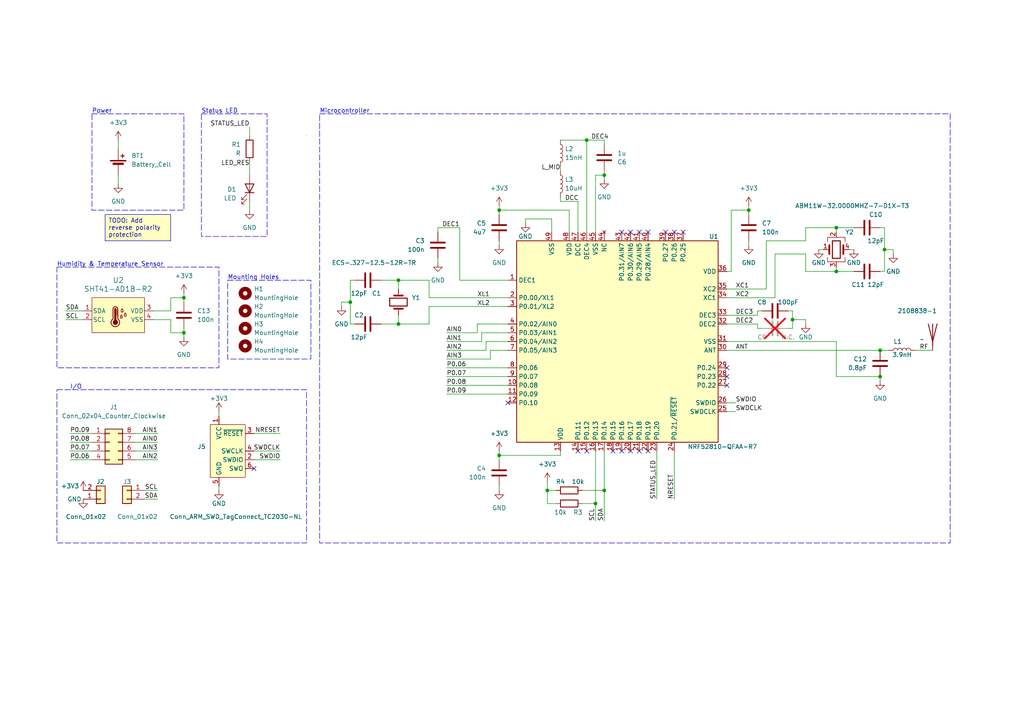
<source format=kicad_sch>
(kicad_sch (version 20230121) (generator eeschema)
  (paper "A4")
  (lib_symbols
    (symbol "Connector:Conn_ARM_SWD_TagConnect_TC2030-NL" (in_bom no)
      (property "Reference" "J" (at 2.54 11.43 0))
      (property "Value" "Conn_ARM_SWD_TagConnect_TC2030-NL" (at 2.54 8.89 0))
      (symbol "Conn_ARM_SWD_TagConnect_TC2030-NL_0_0"
        (pin power_in line (at -2.54 10.16 270) (length 2.54) (name "VCC") (number "1"))
        (pin bidirectional line (at 7.62 -2.54 180) (length 2.54) (name "SWDIO") (number "2"))
        (pin open_collector line (at 7.62 5.08 180) (length 2.54) (name "~{RESET}") (number "3"))
        (pin output line (at 7.62 0 180) (length 2.54) (name "SWCLK") (number "4"))
        (pin power_in line (at -2.54 -10.16 90) (length 2.54) (name "GND") (number "5"))
        (pin input line (at 7.62 -5.08 180) (length 2.54) (name "SWO") (number "6"))
      )
      (symbol "Conn_ARM_SWD_TagConnect_TC2030-NL_0_1"
        (rectangle (start -5.08 7.62) (end 5.08 -7.62) (fill (type background)))
      )
    )
    (symbol "Connector_Generic:Conn_01x02" (pin_names (offset 1.016) hide)
      (property "Reference" "J" (at 0 2.54 0))
      (property "Value" "Conn_01x02" (at 0 -5.08 0))
      (symbol "Conn_01x02_1_1"
        (rectangle (start -1.27 -2.413) (end 0 -2.667) (stroke (width 0.1524)))
        (rectangle (start -1.27 0.127) (end 0 -0.127) (stroke (width 0.1524)))
        (rectangle (start -1.27 1.27) (end 1.27 -3.81) (stroke (width 0.254)) (fill (type background)))
        (pin passive line (at -5.08 0 0) (length 3.81) (name "Pin_1") (number "1"))
        (pin passive line (at -5.08 -2.54 0) (length 3.81) (name "Pin_2") (number "2"))
      )
    )
    (symbol "Connector_Generic:Conn_02x04_Counter_Clockwise" (pin_names (offset 1.016) hide)
      (property "Reference" "J" (at 1.27 5.08 0))
      (property "Value" "Conn_02x04_Counter_Clockwise" (at 1.27 -7.62 0))
      (symbol "Conn_02x04_Counter_Clockwise_1_1"
        (rectangle (start -1.27 -4.953) (end 0 -5.207) (stroke (width 0.1524)))
        (rectangle (start -1.27 -2.413) (end 0 -2.667) (stroke (width 0.1524)))
        (rectangle (start -1.27 0.127) (end 0 -0.127) (stroke (width 0.1524)))
        (rectangle (start -1.27 2.667) (end 0 2.413) (stroke (width 0.1524)))
        (rectangle (start -1.27 3.81) (end 3.81 -6.35) (stroke (width 0.254)) (fill (type background)))
        (rectangle (start 3.81 -4.953) (end 2.54 -5.207) (stroke (width 0.1524)))
        (rectangle (start 3.81 -2.413) (end 2.54 -2.667) (stroke (width 0.1524)))
        (rectangle (start 3.81 0.127) (end 2.54 -0.127) (stroke (width 0.1524)))
        (rectangle (start 3.81 2.667) (end 2.54 2.413) (stroke (width 0.1524)))
        (pin passive line (at -5.08 2.54 0) (length 3.81) (name "Pin_1") (number "1"))
        (pin passive line (at -5.08 0 0) (length 3.81) (name "Pin_2") (number "2"))
        (pin passive line (at -5.08 -2.54 0) (length 3.81) (name "Pin_3") (number "3"))
        (pin passive line (at -5.08 -5.08 0) (length 3.81) (name "Pin_4") (number "4"))
        (pin passive line (at 7.62 -5.08 180) (length 3.81) (name "Pin_5") (number "5"))
        (pin passive line (at 7.62 -2.54 180) (length 3.81) (name "Pin_6") (number "6"))
        (pin passive line (at 7.62 0 180) (length 3.81) (name "Pin_7") (number "7"))
        (pin passive line (at 7.62 2.54 180) (length 3.81) (name "Pin_8") (number "8"))
      )
    )
    (symbol "Device:Antenna" (pin_numbers hide) (pin_names (offset 1.016) hide)
      (property "Reference" "AE" (at -1.905 1.905 0))
      (property "Value" "Antenna" (at -1.905 0 0))
      (symbol "Antenna_0_1"
        (polyline (pts (xy 0 2.54) (xy 0 -3.81)) (stroke (width 0.254)))
        (polyline (pts (xy 1.27 2.54) (xy 0 -2.54) (xy -1.27 2.54)) (stroke (width 0.254)))
      )
      (symbol "Antenna_1_1"
        (pin input line (at 0 -5.08 90) (length 2.54) (name "A") (number "1"))
      )
    )
    (symbol "Device:Battery_Cell" (pin_numbers hide) (pin_names (offset 0) hide)
      (property "Reference" "BT" (at 2.54 2.54 0))
      (property "Value" "Battery_Cell" (at 2.54 0 0))
      (symbol "Battery_Cell_0_1"
        (rectangle (start -2.286 1.778) (end 2.286 1.524) (fill (type outline)))
        (rectangle (start -1.524 1.016) (end 1.524 0.508) (fill (type outline)))
        (polyline (pts (xy 0 0.762) (xy 0 0)))
        (polyline (pts (xy 0 1.778) (xy 0 2.54)))
        (polyline (pts (xy 0.762 3.048) (xy 1.778 3.048)) (stroke (width 0.254)))
        (polyline (pts (xy 1.27 3.556) (xy 1.27 2.54)) (stroke (width 0.254)))
      )
      (symbol "Battery_Cell_1_1"
        (pin passive line (at 0 5.08 270) (length 2.54) (name "+") (number "1"))
        (pin passive line (at 0 -2.54 90) (length 2.54) (name "-") (number "2"))
      )
    )
    (symbol "Device:C" (pin_numbers hide) (pin_names (offset 0.254))
      (property "Reference" "C" (at 0.635 2.54 0))
      (property "Value" "C" (at 0.635 -2.54 0))
      (symbol "C_0_1"
        (polyline (pts (xy -2.032 -0.762) (xy 2.032 -0.762)) (stroke (width 0.508)))
        (polyline (pts (xy -2.032 0.762) (xy 2.032 0.762)) (stroke (width 0.508)))
      )
      (symbol "C_1_1"
        (pin passive line (at 0 3.81 270) (length 2.794) (name "~") (number "1"))
        (pin passive line (at 0 -3.81 90) (length 2.794) (name "~") (number "2"))
      )
    )
    (symbol "Device:Crystal" (pin_numbers hide) (pin_names (offset 1.016) hide)
      (property "Reference" "Y" (at 0 3.81 0))
      (property "Value" "Crystal" (at 0 -3.81 0))
      (symbol "Crystal_0_1"
        (rectangle (start -1.143 2.54) (end 1.143 -2.54) (stroke (width 0.3048)))
        (polyline (pts (xy -2.54 0) (xy -1.905 0)))
        (polyline (pts (xy -1.905 -1.27) (xy -1.905 1.27)) (stroke (width 0.508)))
        (polyline (pts (xy 1.905 -1.27) (xy 1.905 1.27)) (stroke (width 0.508)))
        (polyline (pts (xy 2.54 0) (xy 1.905 0)))
      )
      (symbol "Crystal_1_1"
        (pin passive line (at -3.81 0 0) (length 1.27) (name "1") (number "1"))
        (pin passive line (at 3.81 0 180) (length 1.27) (name "2") (number "2"))
      )
    )
    (symbol "Device:Crystal_GND23" (pin_names (offset 1.016) hide)
      (property "Reference" "Y" (at 3.175 5.08 0))
      (property "Value" "Crystal_GND23" (at 3.175 3.175 0))
      (symbol "Crystal_GND23_0_1"
        (rectangle (start -1.143 2.54) (end 1.143 -2.54) (stroke (width 0.3048)))
        (polyline (pts (xy -2.54 0) (xy -2.032 0)))
        (polyline (pts (xy -2.032 -1.27) (xy -2.032 1.27)) (stroke (width 0.508)))
        (polyline (pts (xy 0 -3.81) (xy 0 -3.556)))
        (polyline (pts (xy 0 3.556) (xy 0 3.81)))
        (polyline (pts (xy 2.032 -1.27) (xy 2.032 1.27)) (stroke (width 0.508)))
        (polyline (pts (xy 2.032 0) (xy 2.54 0)))
        (polyline (pts (xy -2.54 -2.286) (xy -2.54 -3.556) (xy 2.54 -3.556) (xy 2.54 -2.286)))
        (polyline (pts (xy -2.54 2.286) (xy -2.54 3.556) (xy 2.54 3.556) (xy 2.54 2.286)))
      )
      (symbol "Crystal_GND23_1_1"
        (pin passive line (at -3.81 0 0) (length 1.27) (name "1") (number "1"))
        (pin passive line (at 0 5.08 270) (length 1.27) (name "2") (number "2"))
        (pin passive line (at 0 -5.08 90) (length 1.27) (name "3") (number "3"))
        (pin passive line (at 3.81 0 180) (length 1.27) (name "4") (number "4"))
      )
    )
    (symbol "Device:L" (pin_numbers hide) (pin_names (offset 1.016) hide)
      (property "Reference" "L" (at -1.27 0 90))
      (property "Value" "L" (at 1.905 0 90))
      (symbol "L_0_1"
        (arc (start 0 -2.54) (mid 0.6323 -1.905) (end 0 -1.27))
        (arc (start 0 -1.27) (mid 0.6323 -0.635) (end 0 0))
        (arc (start 0 0) (mid 0.6323 0.635) (end 0 1.27))
        (arc (start 0 1.27) (mid 0.6323 1.905) (end 0 2.54))
      )
      (symbol "L_1_1"
        (pin passive line (at 0 3.81 270) (length 1.27) (name "1") (number "1"))
        (pin passive line (at 0 -3.81 90) (length 1.27) (name "2") (number "2"))
      )
    )
    (symbol "Device:LED" (pin_numbers hide) (pin_names (offset 1.016) hide)
      (property "Reference" "D" (at 0 2.54 0))
      (property "Value" "LED" (at 0 -2.54 0))
      (symbol "LED_0_1"
        (polyline (pts (xy -1.27 -1.27) (xy -1.27 1.27)) (stroke (width 0.254)))
        (polyline (pts (xy -1.27 0) (xy 1.27 0)))
        (polyline (pts (xy 1.27 -1.27) (xy 1.27 1.27) (xy -1.27 0) (xy 1.27 -1.27)) (stroke (width 0.254)))
        (polyline (pts (xy -3.048 -0.762) (xy -4.572 -2.286) (xy -3.81 -2.286) (xy -4.572 -2.286) (xy -4.572 -1.524)))
        (polyline (pts (xy -1.778 -0.762) (xy -3.302 -2.286) (xy -2.54 -2.286) (xy -3.302 -2.286) (xy -3.302 -1.524)))
      )
      (symbol "LED_1_1"
        (pin passive line (at -3.81 0 0) (length 2.54) (name "K") (number "1"))
        (pin passive line (at 3.81 0 180) (length 2.54) (name "A") (number "2"))
      )
    )
    (symbol "Device:R" (pin_numbers hide) (pin_names (offset 0))
      (property "Reference" "R" (at 2.032 0 90))
      (property "Value" "R" (at 0 0 90))
      (symbol "R_0_1"
        (rectangle (start -1.016 -2.54) (end 1.016 2.54) (stroke (width 0.254)))
      )
      (symbol "R_1_1"
        (pin passive line (at 0 3.81 270) (length 1.27) (name "~") (number "1"))
        (pin passive line (at 0 -3.81 90) (length 1.27) (name "~") (number "2"))
      )
    )
    (symbol "Mechanical:MountingHole" (pin_names (offset 1.016))
      (property "Reference" "H" (at 0 5.08 0))
      (property "Value" "MountingHole" (at 0 3.175 0))
      (symbol "MountingHole_0_1"
        (circle (center 0 0) (radius 1.27) (stroke (width 1.27)))
      )
    )
    (symbol "encyclopedia_galactica:NRF52810-QFAA-R7"
      (property "Reference" "U" (at 0 54.61 0))
      (property "Value" "NRF52810-QFAA-R7" (at 0 52.07 0))
      (symbol "NRF52810-QFAA-R7_0_1"
        (rectangle (start -29.21 29.21) (end 29.21 -29.21) (stroke (width 0.254)) (fill (type background)))
      )
      (symbol "NRF52810-QFAA-R7_1_1"
        (pin passive line (at -31.75 17.78 0) (length 2.54) (name "DEC1") (number "1"))
        (pin bidirectional line (at -31.75 -12.7 0) (length 2.54) (name "P0.08") (number "10"))
        (pin bidirectional line (at -31.75 -15.24 0) (length 2.54) (name "P0.09") (number "11"))
        (pin bidirectional line (at -31.75 -17.78 0) (length 2.54) (name "P0.10") (number "12"))
        (pin power_in line (at -16.51 -31.75 90) (length 2.54) (name "VDD") (number "13"))
        (pin bidirectional line (at -11.43 -31.75 90) (length 2.54) (name "P0.11") (number "14"))
        (pin bidirectional line (at -8.89 -31.75 90) (length 2.54) (name "P0.12") (number "15"))
        (pin bidirectional line (at -6.35 -31.75 90) (length 2.54) (name "P0.13") (number "16"))
        (pin bidirectional line (at -3.81 -31.75 90) (length 2.54) (name "P0.14") (number "17"))
        (pin bidirectional line (at -1.27 -31.75 90) (length 2.54) (name "P0.15") (number "18"))
        (pin bidirectional line (at 1.27 -31.75 90) (length 2.54) (name "P0.16") (number "19"))
        (pin bidirectional line (at -31.75 12.7 0) (length 2.54) (name "P0.00/XL1") (number "2"))
        (pin bidirectional line (at 3.81 -31.75 90) (length 2.54) (name "P0.17") (number "20"))
        (pin bidirectional line (at 6.35 -31.75 90) (length 2.54) (name "P0.18") (number "21"))
        (pin bidirectional line (at 8.89 -31.75 90) (length 2.54) (name "P0.19") (number "22"))
        (pin bidirectional line (at 11.43 -31.75 90) (length 2.54) (name "P0.20") (number "23"))
        (pin bidirectional line (at 16.51 -31.75 90) (length 2.54) (name "P0.21/~{RESET}") (number "24"))
        (pin input line (at 31.75 -20.32 180) (length 2.54) (name "SWDCLK") (number "25"))
        (pin bidirectional line (at 31.75 -17.78 180) (length 2.54) (name "SWDIO") (number "26"))
        (pin bidirectional line (at 31.75 -12.7 180) (length 2.54) (name "P0.22") (number "27"))
        (pin bidirectional line (at 31.75 -10.16 180) (length 2.54) (name "P0.23") (number "28"))
        (pin bidirectional line (at 31.75 -7.62 180) (length 2.54) (name "P0.24") (number "29"))
        (pin bidirectional line (at -31.75 10.16 0) (length 2.54) (name "P0.01/XL2") (number "3"))
        (pin passive line (at 31.75 -2.54 180) (length 2.54) (name "ANT") (number "30"))
        (pin power_in line (at 31.75 0 180) (length 2.54) (name "VSS") (number "31"))
        (pin passive line (at 31.75 5.08 180) (length 2.54) (name "DEC2") (number "32"))
        (pin passive line (at 31.75 7.62 180) (length 2.54) (name "DEC3") (number "33"))
        (pin input line (at 31.75 12.7 180) (length 2.54) (name "XC1") (number "34"))
        (pin input line (at 31.75 15.24 180) (length 2.54) (name "XC2") (number "35"))
        (pin passive line (at 31.75 20.32 180) (length 2.54) (name "VDD") (number "36"))
        (pin bidirectional line (at 19.05 31.75 270) (length 2.54) (name "P0.25") (number "37"))
        (pin bidirectional line (at 16.51 31.75 270) (length 2.54) (name "P0.26") (number "38"))
        (pin bidirectional line (at 13.97 31.75 270) (length 2.54) (name "P0.27") (number "39"))
        (pin bidirectional line (at -31.75 5.08 0) (length 2.54) (name "P0.02/AIN0") (number "4"))
        (pin bidirectional line (at 8.89 31.75 270) (length 2.54) (name "P0.28/AIN4") (number "40"))
        (pin bidirectional line (at 6.35 31.75 270) (length 2.54) (name "P0.29/AIN5") (number "41"))
        (pin bidirectional line (at 3.81 31.75 270) (length 2.54) (name "P0.30/AIN6") (number "42"))
        (pin bidirectional line (at 1.27 31.75 270) (length 2.54) (name "P0.31/AIN7") (number "43"))
        (pin no_connect line (at -3.81 31.75 270) (length 2.54) (name "NC") (number "44"))
        (pin passive line (at -6.35 31.75 270) (length 2.54) (name "VSS") (number "45"))
        (pin passive line (at -8.89 31.75 270) (length 2.54) (name "DEC4") (number "46"))
        (pin power_out line (at -11.43 31.75 270) (length 2.54) (name "DCC") (number "47"))
        (pin passive line (at -13.97 31.75 270) (length 2.54) (name "VDD") (number "48"))
        (pin passive line (at -19.05 31.75 270) (length 2.54) (name "VSS") (number "49"))
        (pin bidirectional line (at -31.75 2.54 0) (length 2.54) (name "P0.03/AIN1") (number "5"))
        (pin bidirectional line (at -31.75 0 0) (length 2.54) (name "P0.04/AIN2") (number "6"))
        (pin bidirectional line (at -31.75 -2.54 0) (length 2.54) (name "P0.05/AIN3") (number "7"))
        (pin bidirectional line (at -31.75 -7.62 0) (length 2.54) (name "P0.06") (number "8"))
        (pin bidirectional line (at -31.75 -10.16 0) (length 2.54) (name "P0.07") (number "9"))
      )
    )
    (symbol "encyclopedia_galactica:SHT41-AD1B-R2" (pin_names (offset 0.254))
      (property "Reference" "U" (at 0 13.97 0))
      (property "Value" "SHT41-AD1B-R2" (at 0 11.43 0))
      (symbol "SHT41-AD1B-R2_0_0"
        (polyline (pts (xy -0.7782 -2.7679) (xy -0.7538 -2.7614) (xy -0.6273 -2.7452) (xy -0.5713 -2.733) (xy -0.4386 -2.65) (xy -0.3005 -2.5149) (xy -0.1862 -2.3589) (xy -0.1253 -2.2133) (xy -0.1122 -1.9777) (xy -0.1841 -1.7536) (xy -0.3553 -1.5359) (xy -0.5465 -1.3446) (xy -0.5465 0.2882) (xy -0.5465 1.9209) (xy -0.6855 2.012) (xy -0.7691 2.0613) (xy -0.8546 2.0708) (xy -0.9634 2.012) (xy -1.1023 1.9209) (xy -1.1023 0.2767) (xy -1.1023 -1.3675) (xy -1.2424 -1.4777) (xy -1.2888 -1.5171) (xy -1.4497 -1.7284) (xy -1.5229 -1.9679) (xy -1.5126 -2.2124) (xy -1.4228 -2.4384) (xy -1.2576 -2.6226) (xy -1.0211 -2.7416) (xy -0.8813 -2.7694) (xy -0.7782 -2.7679)) (stroke (width 0.01)) (fill (type outline)))
        (polyline (pts (xy 2.1727 -0.3391) (xy 2.3119 -0.2679) (xy 2.3683 -0.175) (xy 2.3992 -0.0278) (xy 2.3871 0.0546) (xy 2.337 0.2108) (xy 2.2619 0.3868) (xy 2.177 0.5511) (xy 2.0973 0.6727) (xy 2.0379 0.7202) (xy 1.9994 0.6955) (xy 1.9245 0.5928) (xy 1.8393 0.4391) (xy 1.7593 0.2658) (xy 1.6999 0.1045) (xy 1.6767 -0.0135) (xy 1.6805 -0.0349) (xy 1.7878 -0.0349) (xy 1.7977 0.0177) (xy 1.8421 0.1542) (xy 1.9103 0.3256) (xy 2.0328 0.6103) (xy 2.1597 0.3359) (xy 2.2226 0.1922) (xy 2.2764 0.0231) (xy 2.275 -0.0919) (xy 2.2213 -0.1774) (xy 2.1655 -0.214) (xy 2.0379 -0.2441) (xy 1.9584 -0.2324) (xy 1.8367 -0.1559) (xy 1.7878 -0.0349) (xy 1.6805 -0.0349) (xy 1.6952 -0.1171) (xy 1.7686 -0.2536) (xy 1.8305 -0.3015) (xy 1.9945 -0.3498) (xy 2.1727 -0.3391)) (stroke (width 0.01)) (fill (type outline)))
        (polyline (pts (xy 1.2779 0.8852) (xy 1.3876 0.9342) (xy 1.439 1.0346) (xy 1.4494 1.2197) (xy 1.4056 1.4476) (xy 1.3104 1.6903) (xy 1.2438 1.815) (xy 1.1682 1.9333) (xy 1.1209 1.9791) (xy 1.087 1.9506) (xy 1.016 1.8457) (xy 0.9313 1.6903) (xy 0.8493 1.4902) (xy 0.7962 1.2577) (xy 0.7964 1.2083) (xy 0.8985 1.2083) (xy 0.907 1.2863) (xy 0.947 1.4367) (xy 1.0063 1.5899) (xy 1.0699 1.7089) (xy 1.1227 1.7568) (xy 1.1687 1.7194) (xy 1.2295 1.6057) (xy 1.286 1.4514) (xy 1.3252 1.2933) (xy 1.3338 1.1679) (xy 1.3235 1.1054) (xy 1.2709 1.0212) (xy 1.1467 0.9899) (xy 1.1356 0.9889) (xy 0.987 0.994) (xy 0.9164 1.0597) (xy 0.8985 1.2083) (xy 0.7964 1.2083) (xy 0.7968 1.063) (xy 0.8541 0.9342) (xy 0.9555 0.8871) (xy 1.116 0.8695) (xy 1.2779 0.8852)) (stroke (width 0.01)) (fill (type outline)))
        (polyline (pts (xy 1.1245 -0.8535) (xy 1.1312 -0.8498) (xy 1.2085 -0.7577) (xy 1.2315 -0.5895) (xy 1.2238 -0.507) (xy 1.1823 -0.3342) (xy 1.116 -0.1464) (xy 1.038 0.0259) (xy 0.9612 0.1517) (xy 0.8985 0.2005) (xy 0.864 0.1827) (xy 0.7914 0.0847) (xy 0.7123 -0.0722) (xy 0.6397 -0.2572) (xy 0.5864 -0.4397) (xy 0.5682 -0.5702) (xy 0.6762 -0.5702) (xy 0.6847 -0.4923) (xy 0.7246 -0.3419) (xy 0.784 -0.1887) (xy 0.8476 -0.0697) (xy 0.9004 -0.0218) (xy 0.9464 -0.0591) (xy 1.0072 -0.1728) (xy 1.0637 -0.3271) (xy 1.1029 -0.4853) (xy 1.1115 -0.6106) (xy 1.1012 -0.6731) (xy 1.0485 -0.7574) (xy 0.9243 -0.7887) (xy 0.9133 -0.7897) (xy 0.7647 -0.7846) (xy 0.6941 -0.7188) (xy 0.6762 -0.5702) (xy 0.5682 -0.5702) (xy 0.5656 -0.5887) (xy 0.5845 -0.7427) (xy 0.6623 -0.851) (xy 0.7257 -0.88) (xy 0.9286 -0.906) (xy 1.1245 -0.8535)) (stroke (width 0.01)) (fill (type outline)))
        (polyline (pts (xy -0.5545 -3.3797) (xy -0.2175 -3.2426) (xy 0.0945 -2.9972) (xy 0.1243 -2.9669) (xy 0.3463 -2.6832) (xy 0.4707 -2.3844) (xy 0.5089 -2.044) (xy 0.476 -1.8294) (xy 0.3828 -1.5698) (xy 0.2505 -1.3237) (xy 0.1 -1.1376) (xy -0.0463 -1.0029) (xy -0.0464 0.4742) (xy -0.0467 0.7893) (xy -0.0488 1.1761) (xy -0.0534 1.4752) (xy -0.0614 1.7005) (xy -0.0736 1.8661) (xy -0.0909 1.986) (xy -0.1139 2.0742) (xy -0.1437 2.1447) (xy -0.2598 2.3183) (xy -0.4689 2.4887) (xy -0.7142 2.5745) (xy -0.9722 2.5687) (xy -1.2192 2.4643) (xy -1.2384 2.4513) (xy -1.3421 2.3751) (xy -1.424 2.294) (xy -1.4867 2.1948) (xy -1.5327 2.0641) (xy -1.5646 1.8887) (xy -1.585 1.6553) (xy -1.5964 1.3506) (xy -1.6014 0.9613) (xy -1.6025 0.4742) (xy -1.6026 -1.0029) (xy -1.7489 -1.1376) (xy -1.8907 -1.3105) (xy -2.0247 -1.5544) (xy -2.1208 -1.8145) (xy -2.1578 -2.044) (xy -2.1575 -2.0827) (xy -2.138 -2.2218) (xy -1.9808 -2.2218) (xy -1.9707 -1.897) (xy -1.8626 -1.5804) (xy -1.6554 -1.2905) (xy -1.4358 -1.0597) (xy -1.4358 0.4346) (xy -1.4358 0.4797) (xy -1.4346 0.9365) (xy -1.4309 1.2963) (xy -1.424 1.572) (xy -1.4133 1.7764) (xy -1.398 1.9226) (xy -1.3777 2.0235) (xy -1.3515 2.0921) (xy -1.3513 2.0925) (xy -1.216 2.2564) (xy -1.0244 2.3768) (xy -0.8244 2.4237) (xy -0.7891 2.4224) (xy -0.5709 2.3561) (xy -0.3871 2.2073) (xy -0.2603 2.0002) (xy -0.2131 1.7595) (xy -0.2144 1.7118) (xy -0.2434 1.6157) (xy -0.3242 1.59) (xy -0.389 1.5745) (xy -0.4354 1.5066) (xy -0.4147 1.458) (xy -0.3242 1.4233) (xy -0.2391 1.3933) (xy -0.2131 1.2843) (xy -0.237 1.1779) (xy -0.3242 1.1454) (xy -0.389 1.1299) (xy -0.4354 1.062) (xy -0.4147 1.0134) (xy -0.3242 0.9786) (xy -0.2391 0.9486) (xy -0.2131 0.8397) (xy -0.237 0.7333) (xy -0.3242 0.7007) (xy -0.389 0.6853) (xy -0.4354 0.6174) (xy -0.4147 0.5687) (xy -0.3242 0.534) (xy -0.2391 0.504) (xy -0.2131 0.395) (xy -0.237 0.2887) (xy -0.3242 0.2561) (xy -0.389 0.2406) (xy -0.4354 0.1727) (xy -0.4147 0.1241) (xy -0.3242 0.0894) (xy -0.3128 0.0892) (xy -0.2667 0.0778) (xy -0.2375 0.0345) (xy -0.2213 -0.0606) (xy -0.2145 -0.2272) (xy -0.2131 -0.4852) (xy -0.2131 -1.0597) (xy 0.0065 -1.2905) (xy 0.1132 -1.418) (xy 0.2758 -1.7239) (xy 0.3386 -2.0486) (xy 0.3025 -2.3736) (xy 0.168 -2.6806) (xy -0.0639 -2.9511) (xy -0.1168 -2.9941) (xy -0.3007 -3.1115) (xy -0.4755 -3.1865) (xy -0.586 -3.2131) (xy -0.9384 -3.2355) (xy -1.2628 -3.1514) (xy -1.568 -2.9592) (xy -1.7106 -2.8208) (xy -1.8938 -2.5359) (xy -1.9808 -2.2218) (xy -2.138 -2.2218) (xy -2.1106 -2.4174) (xy -1.9764 -2.7137) (xy -1.7434 -2.9978) (xy -1.5826 -3.142) (xy -1.4085 -3.2682) (xy -1.2691 -3.3395) (xy -0.9161 -3.4084) (xy -0.5545 -3.3797)) (stroke (width 0.01)) (fill (type outline)))
      )
      (symbol "SHT41-AD1B-R2_1_1"
        (rectangle (start -7.62 5.08) (end 7.62 -5.08) (fill (type background)))
        (pin bidirectional line (at -10.16 1.27 0) (length 2.54) (name "SDA") (number "1"))
        (pin input line (at -10.16 -1.27 0) (length 2.54) (name "SCL") (number "2"))
        (pin power_in line (at 10.16 1.27 180) (length 2.54) (name "VDD") (number "3"))
        (pin power_out line (at 10.16 -1.27 180) (length 2.54) (name "VSS") (number "4"))
      )
    )
    (symbol "power:+3V3" (power) (pin_names (offset 0))
      (property "Value" "+3V3" (at 0 3.556 0))
      (symbol "+3V3_0_1"
        (polyline (pts (xy -0.762 1.27) (xy 0 2.54)))
        (polyline (pts (xy 0 0) (xy 0 2.54)))
        (polyline (pts (xy 0 2.54) (xy 0.762 1.27)))
      )
      (symbol "+3V3_1_1"
        (pin power_in line (at 0 0 90) (length 0) hide (name "+3V3") (number "1"))
      )
    )
    (symbol "power:GND" (power) (pin_names (offset 0))
      (property "Value" "GND" (at 0 -3.81 0))
      (symbol "GND_0_1"
        (polyline (pts (xy 0 0) (xy 0 -1.27) (xy 1.27 -1.27) (xy 0 -2.54) (xy -1.27 -1.27) (xy 0 -1.27)))
      )
      (symbol "GND_1_1"
        (pin power_in line (at 0 0 270) (length 0) hide (name "GND") (number "1"))
      )
    )
  )
  (junction (at 242.57 66.04))
  (junction (at 255.27 109.22))
  (junction (at 144.78 132.08))
  (junction (at 175.26 50.8))
  (junction (at 158.75 142.24))
  (junction (at 255.27 101.6))
  (junction (at 144.78 60.96))
  (junction (at 115.57 93.98))
  (junction (at 53.34 96.52))
  (junction (at 170.18 40.64))
  (junction (at 175.26 142.24))
  (junction (at 217.17 60.96))
  (junction (at 172.72 146.05))
  (junction (at 242.57 78.74))
  (junction (at 101.6 87.63))
  (junction (at 229.87 92.71))
  (junction (at 115.57 81.28))
  (junction (at 53.34 86.36))
  (junction (at 256.54 72.39))
  (no_connect (at 182.88 130.81))
  (no_connect (at 73.66 135.89))
  (no_connect (at 210.82 111.76))
  (no_connect (at 210.82 109.22))
  (no_connect (at 167.64 130.81))
  (no_connect (at 180.34 130.81))
  (no_connect (at 170.18 130.81))
  (no_connect (at 177.8 130.81))
  (no_connect (at 187.96 67.31))
  (no_connect (at 147.32 116.84))
  (no_connect (at 185.42 130.81))
  (no_connect (at 185.42 67.31))
  (no_connect (at 180.34 67.31))
  (no_connect (at 187.96 130.81))
  (no_connect (at 195.58 67.31))
  (no_connect (at 193.04 67.31))
  (no_connect (at 182.88 67.31))
  (no_connect (at 210.82 106.68))
  (no_connect (at 198.12 67.31))
  (wire (pts (xy 129.54 99.06) (xy 139.7 99.06)))
  (wire (pts (xy 127 74.93) (xy 127 76.2)))
  (wire (pts (xy 101.6 93.98) (xy 101.6 87.63)))
  (wire (pts (xy 175.26 49.53) (xy 175.26 50.8)))
  (wire (pts (xy 242.57 78.74) (xy 242.57 77.47)))
  (wire (pts (xy 212.09 78.74) (xy 210.82 78.74)))
  (wire (pts (xy 19.05 92.71) (xy 24.13 92.71)))
  (wire (pts (xy 147.32 96.52) (xy 139.7 96.52)))
  (wire (pts (xy 222.25 69.85) (xy 222.25 83.82)))
  (wire (pts (xy 129.54 114.3) (xy 147.32 114.3)))
  (wire (pts (xy 233.68 92.71) (xy 229.87 92.71)))
  (wire (pts (xy 161.29 142.24) (xy 158.75 142.24)))
  (wire (pts (xy 224.79 73.66) (xy 233.68 73.66)))
  (wire (pts (xy 172.72 146.05) (xy 172.72 151.13)))
  (wire (pts (xy 160.02 63.5) (xy 152.4 63.5)))
  (wire (pts (xy 53.34 85.09) (xy 53.34 86.36)))
  (wire (pts (xy 115.57 81.28) (xy 115.57 83.82)))
  (wire (pts (xy 190.5 130.81) (xy 190.5 144.78)))
  (wire (pts (xy 124.46 81.28) (xy 124.46 86.36)))
  (wire (pts (xy 265.43 101.6) (xy 270.51 101.6)))
  (wire (pts (xy 34.29 50.8) (xy 34.29 53.34)))
  (wire (pts (xy 144.78 71.12) (xy 144.78 69.85)))
  (wire (pts (xy 140.97 99.06) (xy 140.97 101.6)))
  (wire (pts (xy 39.37 130.81) (xy 45.72 130.81)))
  (wire (pts (xy 49.53 86.36) (xy 53.34 86.36)))
  (wire (pts (xy 256.54 78.74) (xy 256.54 72.39)))
  (wire (pts (xy 162.56 58.42) (xy 167.64 58.42)))
  (wire (pts (xy 220.98 95.25) (xy 219.71 95.25)))
  (wire (pts (xy 72.39 36.83) (xy 72.39 39.37)))
  (wire (pts (xy 102.87 93.98) (xy 101.6 93.98)))
  (wire (pts (xy 144.78 140.97) (xy 144.78 142.24)))
  (wire (pts (xy 129.54 101.6) (xy 140.97 101.6)))
  (wire (pts (xy 129.54 106.68) (xy 147.32 106.68)))
  (wire (pts (xy 129.54 109.22) (xy 147.32 109.22)))
  (wire (pts (xy 127 67.31) (xy 127 66.04)))
  (wire (pts (xy 34.29 40.64) (xy 34.29 43.18)))
  (wire (pts (xy 133.35 81.28) (xy 133.35 66.04)))
  (wire (pts (xy 133.35 66.04) (xy 127 66.04)))
  (wire (pts (xy 147.32 93.98) (xy 138.43 93.98)))
  (wire (pts (xy 144.78 132.08) (xy 144.78 133.35)))
  (wire (pts (xy 233.68 93.98) (xy 233.68 92.71)))
  (wire (pts (xy 255.27 101.6) (xy 257.81 101.6)))
  (wire (pts (xy 229.87 92.71) (xy 229.87 95.25)))
  (wire (pts (xy 49.53 90.17) (xy 49.53 86.36)))
  (wire (pts (xy 39.37 133.35) (xy 45.72 133.35)))
  (wire (pts (xy 217.17 59.69) (xy 217.17 60.96)))
  (wire (pts (xy 53.34 86.36) (xy 53.34 87.63)))
  (wire (pts (xy 242.57 66.04) (xy 233.68 66.04)))
  (wire (pts (xy 238.76 72.39) (xy 237.49 72.39)))
  (wire (pts (xy 170.18 40.64) (xy 170.18 67.31)))
  (wire (pts (xy 129.54 111.76) (xy 147.32 111.76)))
  (wire (pts (xy 220.98 90.17) (xy 219.71 90.17)))
  (wire (pts (xy 172.72 130.81) (xy 172.72 146.05)))
  (wire (pts (xy 144.78 130.81) (xy 144.78 132.08)))
  (wire (pts (xy 165.1 60.96) (xy 144.78 60.96)))
  (wire (pts (xy 228.6 90.17) (xy 229.87 90.17)))
  (wire (pts (xy 20.32 128.27) (xy 26.67 128.27)))
  (wire (pts (xy 210.82 99.06) (xy 242.57 99.06)))
  (wire (pts (xy 99.06 88.9) (xy 99.06 87.63)))
  (wire (pts (xy 210.82 101.6) (xy 255.27 101.6)))
  (wire (pts (xy 110.49 81.28) (xy 115.57 81.28)))
  (wire (pts (xy 142.24 101.6) (xy 142.24 104.14)))
  (wire (pts (xy 139.7 96.52) (xy 139.7 99.06)))
  (wire (pts (xy 20.32 130.81) (xy 26.67 130.81)))
  (wire (pts (xy 165.1 67.31) (xy 165.1 60.96)))
  (wire (pts (xy 224.79 73.66) (xy 224.79 86.36)))
  (wire (pts (xy 161.29 146.05) (xy 158.75 146.05)))
  (wire (pts (xy 158.75 142.24) (xy 158.75 139.7)))
  (wire (pts (xy 144.78 132.08) (xy 162.56 132.08)))
  (wire (pts (xy 242.57 66.04) (xy 242.57 67.31)))
  (wire (pts (xy 256.54 66.04) (xy 255.27 66.04)))
  (wire (pts (xy 233.68 78.74) (xy 242.57 78.74)))
  (wire (pts (xy 195.58 130.81) (xy 195.58 144.78)))
  (wire (pts (xy 242.57 99.06) (xy 242.57 109.22)))
  (wire (pts (xy 247.65 72.39) (xy 246.38 72.39)))
  (wire (pts (xy 217.17 60.96) (xy 217.17 62.23)))
  (wire (pts (xy 45.72 142.24) (xy 41.91 142.24)))
  (wire (pts (xy 162.56 48.26) (xy 162.56 49.53)))
  (wire (pts (xy 138.43 93.98) (xy 138.43 96.52)))
  (wire (pts (xy 242.57 109.22) (xy 255.27 109.22)))
  (wire (pts (xy 115.57 93.98) (xy 124.46 93.98)))
  (wire (pts (xy 63.5 140.97) (xy 63.5 142.24)))
  (wire (pts (xy 20.32 125.73) (xy 26.67 125.73)))
  (wire (pts (xy 210.82 93.98) (xy 219.71 93.98)))
  (wire (pts (xy 45.72 144.78) (xy 41.91 144.78)))
  (wire (pts (xy 217.17 69.85) (xy 217.17 71.12)))
  (wire (pts (xy 20.32 133.35) (xy 26.67 133.35)))
  (wire (pts (xy 53.34 96.52) (xy 53.34 97.79)))
  (wire (pts (xy 259.08 73.66) (xy 259.08 72.39)))
  (wire (pts (xy 124.46 86.36) (xy 147.32 86.36)))
  (wire (pts (xy 124.46 88.9) (xy 147.32 88.9)))
  (wire (pts (xy 72.39 58.42) (xy 72.39 60.96)))
  (wire (pts (xy 175.26 142.24) (xy 175.26 151.13)))
  (wire (pts (xy 72.39 46.99) (xy 72.39 50.8)))
  (wire (pts (xy 160.02 67.31) (xy 160.02 63.5)))
  (wire (pts (xy 73.66 130.81) (xy 81.28 130.81)))
  (wire (pts (xy 39.37 125.73) (xy 45.72 125.73)))
  (wire (pts (xy 115.57 81.28) (xy 124.46 81.28)))
  (wire (pts (xy 210.82 91.44) (xy 219.71 91.44)))
  (wire (pts (xy 212.09 60.96) (xy 217.17 60.96)))
  (wire (pts (xy 175.26 40.64) (xy 175.26 41.91)))
  (wire (pts (xy 144.78 59.69) (xy 144.78 60.96)))
  (wire (pts (xy 228.6 95.25) (xy 229.87 95.25)))
  (wire (pts (xy 255.27 78.74) (xy 256.54 78.74)))
  (wire (pts (xy 138.43 96.52) (xy 129.54 96.52)))
  (wire (pts (xy 124.46 93.98) (xy 124.46 88.9)))
  (wire (pts (xy 175.26 50.8) (xy 175.26 52.07)))
  (wire (pts (xy 210.82 119.38) (xy 213.36 119.38)))
  (wire (pts (xy 101.6 87.63) (xy 101.6 81.28)))
  (wire (pts (xy 170.18 40.64) (xy 175.26 40.64)))
  (wire (pts (xy 147.32 101.6) (xy 142.24 101.6)))
  (wire (pts (xy 162.56 40.64) (xy 170.18 40.64)))
  (wire (pts (xy 63.5 119.38) (xy 63.5 120.65)))
  (wire (pts (xy 158.75 146.05) (xy 158.75 142.24)))
  (wire (pts (xy 53.34 95.25) (xy 53.34 96.52)))
  (wire (pts (xy 224.79 86.36) (xy 210.82 86.36)))
  (wire (pts (xy 219.71 93.98) (xy 219.71 95.25)))
  (wire (pts (xy 144.78 60.96) (xy 144.78 62.23)))
  (wire (pts (xy 233.68 66.04) (xy 233.68 69.85)))
  (wire (pts (xy 142.24 104.14) (xy 129.54 104.14)))
  (wire (pts (xy 175.26 130.81) (xy 175.26 142.24)))
  (wire (pts (xy 39.37 128.27) (xy 45.72 128.27)))
  (wire (pts (xy 255.27 109.22) (xy 255.27 110.49)))
  (wire (pts (xy 44.45 90.17) (xy 49.53 90.17)))
  (wire (pts (xy 256.54 72.39) (xy 256.54 66.04)))
  (wire (pts (xy 172.72 50.8) (xy 175.26 50.8)))
  (wire (pts (xy 73.66 133.35) (xy 81.28 133.35)))
  (wire (pts (xy 259.08 72.39) (xy 256.54 72.39)))
  (wire (pts (xy 49.53 92.71) (xy 49.53 96.52)))
  (wire (pts (xy 147.32 81.28) (xy 133.35 81.28)))
  (wire (pts (xy 233.68 78.74) (xy 233.68 73.66)))
  (wire (pts (xy 247.65 66.04) (xy 242.57 66.04)))
  (wire (pts (xy 44.45 92.71) (xy 49.53 92.71)))
  (wire (pts (xy 229.87 90.17) (xy 229.87 92.71)))
  (wire (pts (xy 115.57 91.44) (xy 115.57 93.98)))
  (wire (pts (xy 19.05 90.17) (xy 24.13 90.17)))
  (wire (pts (xy 167.64 58.42) (xy 167.64 67.31)))
  (wire (pts (xy 110.49 93.98) (xy 115.57 93.98)))
  (wire (pts (xy 147.32 99.06) (xy 140.97 99.06)))
  (wire (pts (xy 49.53 96.52) (xy 53.34 96.52)))
  (wire (pts (xy 162.56 130.81) (xy 162.56 132.08)))
  (wire (pts (xy 212.09 60.96) (xy 212.09 78.74)))
  (wire (pts (xy 172.72 50.8) (xy 172.72 67.31)))
  (wire (pts (xy 210.82 116.84) (xy 213.36 116.84)))
  (wire (pts (xy 168.91 142.24) (xy 175.26 142.24)))
  (wire (pts (xy 152.4 63.5) (xy 152.4 64.77)))
  (wire (pts (xy 222.25 69.85) (xy 233.68 69.85)))
  (wire (pts (xy 99.06 87.63) (xy 101.6 87.63)))
  (wire (pts (xy 247.65 78.74) (xy 242.57 78.74)))
  (wire (pts (xy 73.66 125.73) (xy 81.28 125.73)))
  (wire (pts (xy 210.82 83.82) (xy 222.25 83.82)))
  (wire (pts (xy 168.91 146.05) (xy 172.72 146.05)))
  (wire (pts (xy 162.56 58.42) (xy 162.56 57.15)))
  (wire (pts (xy 101.6 81.28) (xy 102.87 81.28)))
  (wire (pts (xy 219.71 90.17) (xy 219.71 91.44)))
  (rectangle (start 58.42 33.02) (end 77.47 68.58) (stroke (width 0) (type dash)))
  (rectangle (start 16.51 113.03) (end 88.9 157.48) (stroke (width 0) (type dash)))
  (rectangle (start 26.67 33.02) (end 53.34 60.96) (stroke (width 0) (type dash)))
  (rectangle (start 92.71 33.02) (end 275.59 157.48) (stroke (width 0) (type dash)))
  (rectangle (start 16.51 77.47) (end 63.5 106.68) (stroke (width 0) (type dash)))
  (rectangle (start 66.04 81.28) (end 90.17 104.14) (stroke (width 0) (type dash)))
  (rectangle (start 88.9 39.37) (end 88.9 39.37))
  (text_box "TODO: Add reverse polarity protection" (at 30.48 62.23 0) (size 19.05 7.62) (fill (type color) (color 255 255 194 1)) (effects (font (size 1.27 1.27)) (justify left top)))
  (text "Humidity & Temperature Sensor" (at 16.51 77.47 0) (effects (font (size 1.27 1.27)) (justify left bottom)))
  (text "Microcontroller" (at 92.71 33.02 0) (effects (font (size 1.27 1.27)) (justify left bottom)))
  (text "Mounting Holes" (at 66.04 81.28 0) (effects (font (size 1.27 1.27)) (justify left bottom)))
  (text "I/O" (at 20.32 113.03 0) (effects (font (size 1.27 1.27)) (justify left bottom)))
  (text "Status LED" (at 58.42 33.02 0) (effects (font (size 1.27 1.27)) (justify left bottom)))
  (text "Power" (at 26.67 33.02 0) (effects (font (size 1.27 1.27)) (justify left bottom)))
  (label "P0.06" (at 20.32 133.35 0))
  (label "ANT" (at 213.36 101.6 0))
  (label "AIN0" (at 129.54 96.52 0))
  (label "P0.06" (at 129.54 106.68 0))
  (label "SDA" (at 19.05 90.17 0))
  (label "AIN2" (at 45.72 133.35 180))
  (label "SCL" (at 45.72 142.24 180))
  (label "SWDIO" (at 81.28 133.35 180))
  (label "SWDIO" (at 213.36 116.84 0))
  (label "XC1" (at 213.36 83.82 0))
  (label "STATUS_LED" (at 72.39 36.83 180))
  (label "SCL" (at 172.72 151.13 90))
  (label "DEC3" (at 213.36 91.44 0))
  (label "P0.08" (at 129.54 111.76 0))
  (label "P0.09" (at 20.32 125.73 0))
  (label "RF" (at 266.7 101.6 0))
  (label "DCC" (at 163.83 58.42 0))
  (label "XL2" (at 138.43 88.9 0))
  (label "AIN3" (at 129.54 104.14 0))
  (label "DEC2" (at 213.36 93.98 0))
  (label "P0.08" (at 20.32 128.27 0))
  (label "NRESET" (at 81.28 125.73 180))
  (label "AIN3" (at 45.72 130.81 180))
  (label "LED_RES" (at 72.39 48.26 180))
  (label "DEC1" (at 133.35 66.04 180))
  (label "SDA" (at 175.26 151.13 90))
  (label "P0.07" (at 129.54 109.22 0))
  (label "SCL" (at 19.05 92.71 0))
  (label "P0.07" (at 20.32 130.81 0))
  (label "P0.09" (at 129.54 114.3 0))
  (label "AIN1" (at 45.72 125.73 180))
  (label "L_MID" (at 162.56 49.53 180))
  (label "SWDCLK" (at 213.36 119.38 0))
  (label "DEC4" (at 171.45 40.64 0))
  (label "XL1" (at 138.43 86.36 0))
  (label "AIN2" (at 129.54 101.6 0))
  (label "STATUS_LED" (at 190.5 144.78 90))
  (label "XC2" (at 213.36 86.36 0))
  (label "AIN1" (at 129.54 99.06 0))
  (label "NRESET" (at 195.58 144.78 90))
  (label "SWDCLK" (at 81.28 130.81 180))
  (label "AIN0" (at 45.72 128.27 180))
  (label "SDA" (at 45.72 144.78 180))
  (symbol (lib_id "power:GND") (at 237.49 72.39 0) (mirror y) (unit 1)
    (property "Reference" "#PWR016" (effects hide))
    (property "Value" "GND" (at 237.49 76.2 0))
  )
  (symbol (lib_id "Device:LED") (at 72.39 54.61 270) (mirror x) (unit 1)
    (property "Reference" "D1" (at 68.58 54.9275 90) (effects (justify right)))
    (property "Value" "LED" (at 68.58 57.4675 90) (effects (justify right)))
    (property "Footprint" "Resistor_SMD:R_0603_1608Metric" (effects hide))
  )
  (symbol (lib_id "power:+3V3") (at 53.34 85.09 0) (unit 1)
    (property "Reference" "#PWR020" (effects hide))
    (property "Value" "+3V3" (at 53.34 80.01 0))
  )
  (symbol (lib_id "Device:C") (at 106.68 93.98 270) (unit 1)
    (property "Reference" "C2" (at 104.14 91.44 90))
    (property "Value" "12pF" (at 104.14 97.79 90))
    (property "Footprint" "Capacitor_SMD:C_0603_1608Metric" (effects hide))
  )
  (symbol (lib_id "power:GND") (at 247.65 72.39 0) (mirror y) (unit 1)
    (property "Reference" "#PWR017" (effects hide))
    (property "Value" "GND" (at 247.65 76.2 0))
  )
  (symbol (lib_id "Device:C") (at 217.17 66.04 180) (unit 1)
    (property "Reference" "C7" (at 220.98 64.77 0) (effects (justify right)))
    (property "Value" "100n" (at 220.98 67.31 0) (effects (justify right)))
    (property "Footprint" "Capacitor_SMD:C_0603_1608Metric" (effects hide))
  )
  (symbol (lib_id "power:+3V3") (at 144.78 130.81 0) (unit 1)
    (property "Reference" "#PWR08" (effects hide))
    (property "Value" "+3V3" (at 144.78 125.73 0))
  )
  (symbol (lib_id "Device:C") (at 224.79 90.17 90) (unit 1)
    (property "Reference" "C8" (at 220.98 87.63 90))
    (property "Value" "100pF" (at 228.6 87.63 90))
    (property "Footprint" "Capacitor_SMD:C_0603_1608Metric" (effects hide))
  )
  (symbol (lib_id "power:GND") (at 255.27 110.49 0) (mirror y) (unit 1)
    (property "Reference" "#PWR018" (effects hide))
    (property "Value" "GND" (at 255.27 115.57 0))
  )
  (symbol (lib_id "Device:L") (at 162.56 44.45 0) (unit 1)
    (property "Reference" "L2" (at 163.83 43.18 0) (effects (justify left)))
    (property "Value" "15nH" (at 163.83 45.72 0) (effects (justify left)))
    (property "Footprint" "Inductor_SMD:L_0603_1608Metric" (effects hide))
  )
  (symbol (lib_id "power:GND") (at 53.34 97.79 0) (unit 1)
    (property "Reference" "#PWR021" (effects hide))
    (property "Value" "GND" (at 53.34 102.87 0))
  )
  (symbol (lib_id "power:GND") (at 127 76.2 0) (unit 1)
    (property "Reference" "#PWR06" (effects hide))
    (property "Value" "GND" (at 127 81.28 0))
  )
  (symbol (lib_id "Mechanical:MountingHole") (at 71.12 100.33 0) (unit 1)
    (property "Reference" "H4" (at 73.66 99.06 0) (effects (justify left)))
    (property "Value" "MountingHole" (at 73.66 101.6 0) (effects (justify left)))
    (property "Footprint" "MountingHole:MountingHole_2.2mm_M2" (effects hide))
  )
  (symbol (lib_id "power:GND") (at 144.78 71.12 0) (unit 1)
    (property "Reference" "#PWR011" (effects hide))
    (property "Value" "GND" (at 144.78 76.2 0))
  )
  (symbol (lib_id "power:+3V3") (at 217.17 59.69 0) (mirror y) (unit 1)
    (property "Reference" "#PWR013" (effects hide))
    (property "Value" "+3V3" (at 217.17 54.61 0))
  )
  (symbol (lib_id "Device:Crystal") (at 115.57 87.63 90) (unit 1)
    (property "Reference" "Y1" (at 119.38 86.36 90) (effects (justify right)))
    (property "Value" " ECS-.327-12.5-12R-TR " (at 95.25 76.2 90) (effects (justify right)))
    (property "Footprint" "encyclopedia_galactica:ECS-.327-12.5-12R-TR" (effects hide))
  )
  (symbol (lib_id "power:GND") (at 34.29 53.34 0) (unit 1)
    (property "Reference" "#PWR03" (effects hide))
    (property "Value" "GND" (at 34.29 58.42 0))
  )
  (symbol (lib_id "Device:C") (at 144.78 66.04 0) (mirror x) (unit 1)
    (property "Reference" "C5" (at 140.97 64.77 0) (effects (justify right)))
    (property "Value" "4u7" (at 140.97 67.31 0) (effects (justify right)))
    (property "Footprint" "Capacitor_SMD:C_0603_1608Metric" (effects hide))
  )
  (symbol (lib_id "power:+3V3") (at 63.5 119.38 0) (unit 1)
    (property "Reference" "#PWR025" (effects hide))
    (property "Value" "+3V3" (at 63.5 115.57 0))
  )
  (symbol (lib_id "Device:C") (at 106.68 81.28 270) (mirror x) (unit 1)
    (property "Reference" "C1" (at 109.22 85.09 90))
    (property "Value" "12pF" (at 104.14 85.09 90))
    (property "Footprint" "Capacitor_SMD:C_0603_1608Metric" (effects hide))
  )
  (symbol (lib_id "power:+3V3") (at 24.13 142.24 0) (unit 1)
    (property "Reference" "#PWR024" (effects hide))
    (property "Value" "+3V3" (at 20.32 140.97 0))
  )
  (symbol (lib_id "Device:C") (at 251.46 66.04 90) (unit 1)
    (property "Reference" "C10" (at 254 62.23 90))
    (property "Value" "12pF" (at 254 69.85 90))
    (property "Footprint" "Capacitor_SMD:C_0603_1608Metric" (effects hide))
  )
  (symbol (lib_id "encyclopedia_galactica:NRF52810-QFAA-R7") (at 179.07 99.06 0) (unit 1)
    (property "Reference" "U1" (at 207.01 68.58 0))
    (property "Value" "NRF52810-QFAA-R7" (at 209.55 129.54 0))
    (property "Footprint" "Package_DFN_QFN:QFN-48-1EP_6x6mm_P0.4mm_EP4.6x4.6mm" (effects hide))
    (property "Datasheet" "https://infocenter.nordicsemi.com/pdf/nRF52810_PS_v1.4.pdf" (effects hide))
  )
  (symbol (lib_id "power:GND") (at 144.78 142.24 0) (unit 1)
    (property "Reference" "#PWR09" (effects hide))
    (property "Value" "GND" (at 144.78 147.32 0))
  )
  (symbol (lib_id "power:GND") (at 175.26 52.07 0) (unit 1)
    (property "Reference" "#PWR012" (effects hide))
    (property "Value" "GND" (at 175.26 57.15 0))
  )
  (symbol (lib_id "power:+3V3") (at 34.29 40.64 0) (unit 1)
    (property "Reference" "#PWR02" (effects hide))
    (property "Value" "+3V3" (at 34.29 35.56 0))
  )
  (symbol (lib_id "Device:C") (at 53.34 91.44 0) (unit 1)
    (property "Reference" "C13" (at 57.15 90.17 0) (effects (justify left)))
    (property "Value" "100n" (at 57.15 92.71 0) (effects (justify left)))
    (property "Footprint" "Capacitor_SMD:C_0603_1608Metric" (effects hide))
  )
  (symbol (lib_id "Mechanical:MountingHole") (at 71.12 95.25 0) (unit 1)
    (property "Reference" "H3" (at 73.66 93.98 0) (effects (justify left)))
    (property "Value" "MountingHole" (at 73.66 96.52 0) (effects (justify left)))
    (property "Footprint" "MountingHole:MountingHole_2.2mm_M2" (effects hide))
  )
  (symbol (lib_id "Device:C") (at 127 71.12 0) (mirror x) (unit 1)
    (property "Reference" "C3" (at 123.19 69.85 0) (effects (justify right)))
    (property "Value" "100n" (at 123.19 72.39 0) (effects (justify right)))
    (property "Footprint" "Capacitor_SMD:C_0603_1608Metric" (effects hide))
  )
  (symbol (lib_id "Mechanical:MountingHole") (at 71.12 85.09 0) (unit 1)
    (property "Reference" "H1" (at 73.66 83.82 0) (effects (justify left)))
    (property "Value" "MountingHole" (at 73.66 86.36 0) (effects (justify left)))
    (property "Footprint" "MountingHole:MountingHole_2.2mm_M2" (effects hide))
  )
  (symbol (lib_id "power:+3V3") (at 144.78 59.69 0) (unit 1)
    (property "Reference" "#PWR010" (effects hide))
    (property "Value" "+3V3" (at 144.78 54.61 0))
  )
  (symbol (lib_id "power:GND") (at 24.13 144.78 0) (mirror y) (unit 1)
    (property "Reference" "#PWR022" (effects hide))
    (property "Value" "GND" (at 21.59 144.78 0))
  )
  (symbol (lib_id "Device:R") (at 165.1 146.05 270) (unit 1)
    (property "Reference" "R3" (at 167.64 148.59 90))
    (property "Value" "10k" (at 162.56 148.59 90))
    (property "Footprint" "Resistor_SMD:R_0603_1608Metric" (effects hide))
  )
  (symbol (lib_id "Device:C") (at 255.27 105.41 0) (mirror x) (unit 1)
    (property "Reference" "C12" (at 251.46 104.14 0) (effects (justify right)))
    (property "Value" "0.8pF" (at 251.46 106.68 0) (effects (justify right)))
    (property "Footprint" "Capacitor_SMD:C_0603_1608Metric" (effects hide))
  )
  (symbol (lib_id "Device:R") (at 72.39 43.18 0) (mirror y) (unit 1)
    (property "Reference" "R1" (at 69.85 41.91 0) (effects (justify left)))
    (property "Value" "R" (at 69.85 44.45 0) (effects (justify left)))
    (property "Footprint" "Resistor_SMD:R_0603_1608Metric" (effects hide))
  )
  (symbol (lib_id "Mechanical:MountingHole") (at 71.12 90.17 0) (unit 1)
    (property "Reference" "H2" (at 73.66 88.9 0) (effects (justify left)))
    (property "Value" "MountingHole" (at 73.66 91.44 0) (effects (justify left)))
    (property "Footprint" "MountingHole:MountingHole_2.2mm_M2" (effects hide))
  )
  (symbol (lib_id "power:GND") (at 217.17 71.12 0) (mirror y) (unit 1)
    (property "Reference" "#PWR014" (effects hide))
    (property "Value" "GND" (at 217.17 76.2 0))
  )
  (symbol (lib_id "Device:L") (at 162.56 53.34 0) (unit 1)
    (property "Reference" "L3" (at 163.83 52.07 0) (effects (justify left)))
    (property "Value" "10uH" (at 163.83 54.61 0) (effects (justify left)))
    (property "Footprint" "Inductor_SMD:L_0603_1608Metric" (effects hide))
  )
  (symbol (lib_id "Connector_Generic:Conn_01x02") (at 29.21 144.78 0) (mirror x) (unit 1)
    (property "Reference" "J2" (at 27.94 139.7 0) (effects (justify left)))
    (property "Value" "Conn_01x02" (at 19.05 149.86 0) (effects (justify left)))
    (property "Footprint" "Connector_PinHeader_2.54mm:PinHeader_1x02_P2.54mm_Vertical" (effects hide))
  )
  (symbol (lib_id "power:GND") (at 259.08 73.66 0) (mirror y) (unit 1)
    (property "Reference" "#PWR019" (effects hide))
    (property "Value" "GND" (at 259.08 78.74 0))
  )
  (symbol (lib_id "power:GND") (at 72.39 60.96 0) (unit 1)
    (property "Reference" "#PWR01" (effects hide))
    (property "Value" "GND" (at 72.39 66.04 0))
  )
  (symbol (lib_id "Device:C") (at 175.26 45.72 0) (mirror y) (unit 1)
    (property "Reference" "C6" (at 179.07 46.99 0) (effects (justify right)))
    (property "Value" "1u" (at 179.07 44.45 0) (effects (justify right)))
    (property "Footprint" "Capacitor_SMD:C_0603_1608Metric" (effects hide))
  )
  (symbol (lib_id "Device:Crystal_GND23") (at 242.57 72.39 0) (unit 1)
    (property "Reference" "Y2" (at 246.38 67.31 0))
    (property "Value" "ABM11W-32.0000MHZ-7-D1X-T3 " (at 247.65 59.69 0))
    (property "Footprint" "encyclopedia_galactica:ABM11W-30.0000MHZ-7-D1X-T3" (effects hide))
  )
  (symbol (lib_id "encyclopedia_galactica:SHT41-AD1B-R2") (at 34.29 91.44 0) (unit 1)
    (property "Reference" "U2" (at 34.29 81.28 0) (effects (font (size 1.524 1.524))))
    (property "Value" "SHT41-AD1B-R2" (at 34.29 83.82 0) (effects (font (size 1.524 1.524))))
    (property "Footprint" "encyclopedia_galactica:DFN4_SHT41_SEN" (effects hide))
    (property "Datasheet" "https://sensirion.com/media/documents/33FD6951/63E1087C/Datasheet_SHT4x_1.pdf" (effects hide))
  )
  (symbol (lib_id "power:GND") (at 233.68 93.98 0) (mirror y) (unit 1)
    (property "Reference" "#PWR015" (effects hide))
    (property "Value" "GND" (at 233.68 97.79 0))
  )
  (symbol (lib_id "Connector_Generic:Conn_02x04_Counter_Clockwise") (at 31.75 128.27 0) (unit 1)
    (property "Reference" "J1" (at 33.02 118.11 0))
    (property "Value" "Conn_02x04_Counter_Clockwise" (at 33.02 120.65 0))
    (property "Footprint" "Connector_PinHeader_2.54mm:PinHeader_2x04_P2.54mm_Vertical" (effects hide))
  )
  (symbol (lib_id "power:GND") (at 152.4 64.77 0) (unit 1)
    (property "Reference" "#PWR07" (effects hide))
    (property "Value" "GND" (at 152.4 68.58 0))
  )
  (symbol (lib_id "Connector:Conn_ARM_SWD_TagConnect_TC2030-NL") (at 66.04 130.81 0) (unit 1) (in_bom no)
    (property "Reference" "J5" (at 59.69 129.54 0) (effects (justify right)))
    (property "Value" "Conn_ARM_SWD_TagConnect_TC2030-NL" (at 87.63 149.86 0) (effects (justify right)))
    (property "Footprint" "Connector:Tag-Connect_TC2030-IDC-NL_2x03_P1.27mm_Vertical" (effects hide))
    (property "Datasheet" "https://www.tag-connect.com/wp-content/uploads/bsk-pdf-manager/TC2030-CTX_1.pdf" (effects hide))
  )
  (symbol (lib_id "Device:C") (at 251.46 78.74 90) (mirror x) (unit 1)
    (property "Reference" "C11" (at 248.92 82.55 90))
    (property "Value" "12pF" (at 254 82.55 90))
    (property "Footprint" "Capacitor_SMD:C_0603_1608Metric" (effects hide))
  )
  (symbol (lib_id "Device:C") (at 224.79 95.25 90) (mirror x) (unit 1) (dnp yes)
    (property "Reference" "C9" (at 220.98 97.79 90))
    (property "Value" "N.C." (at 228.6 97.79 90))
    (property "Footprint" "Capacitor_SMD:C_0603_1608Metric" (effects hide))
  )
  (symbol (lib_id "Device:L") (at 261.62 101.6 90) (unit 1)
    (property "Reference" "L1" (at 260.35 99.06 90))
    (property "Value" "3.9nH" (at 261.62 102.87 90))
    (property "Footprint" "Resistor_SMD:R_0603_1608Metric" (effects hide))
  )
  (symbol (lib_id "Device:R") (at 165.1 142.24 90) (unit 1)
    (property "Reference" "R4" (at 162.56 139.7 90))
    (property "Value" "10k" (at 167.64 139.7 90))
    (property "Footprint" "Resistor_SMD:R_0603_1608Metric" (effects hide))
  )
  (symbol (lib_id "Connector_Generic:Conn_01x02") (at 36.83 142.24 0) (mirror y) (unit 1)
    (property "Reference" "J3" (at 38.1 139.7 0) (effects (justify left)))
    (property "Value" "Conn_01x02" (at 45.72 149.86 0) (effects (justify left)))
    (property "Footprint" "Connector_PinHeader_2.54mm:PinHeader_1x02_P2.54mm_Vertical" (effects hide))
  )
  (symbol (lib_id "Device:Antenna") (at 270.51 96.52 0) (mirror y) (unit 1)
    (property "Reference" "2108838-1" (at 271.78 90.17 0) (effects (justify left)))
    (property "Value" "~" (at 267.97 98.425 0) (effects (justify left)))
    (property "Footprint" "encyclopedia_galactica:2108838-1" (effects hide))
    (property "Datasheet" "https://www.te.com/commerce/DocumentDelivery/DDEController?Action=showdoc&DocId=Data+Sheet%7F2108838%7FA2%7Fpdf%7FEnglish%7FENG_DS_2108838_A2.pdf%7F2108838-1" (effects hide))
  )
  (symbol (lib_id "power:GND") (at 63.5 142.24 0) (unit 1)
    (property "Reference" "#PWR026" (effects hide))
    (property "Value" "GND" (at 63.5 146.05 0))
  )
  (symbol (lib_id "Device:C") (at 144.78 137.16 0) (mirror x) (unit 1)
    (property "Reference" "C4" (at 140.97 135.89 0) (effects (justify right)))
    (property "Value" "100n" (at 140.97 138.43 0) (effects (justify right)))
    (property "Footprint" "Capacitor_SMD:C_0603_1608Metric" (effects hide))
  )
  (symbol (lib_id "Device:Battery_Cell") (at 34.29 48.26 0) (unit 1)
    (property "Reference" "BT1" (at 38.1 45.1485 0) (effects (justify left)))
    (property "Value" "Battery_Cell" (at 38.1 47.6885 0) (effects (justify left)))
    (property "Footprint" "Battery:BatteryHolder_Keystone_3034_1x20mm" (effects hide))
  )
  (symbol (lib_id "power:+3V3") (at 158.75 139.7 0) (mirror y) (unit 1)
    (property "Reference" "#PWR023" (effects hide))
    (property "Value" "+3V3" (at 158.75 134.62 0))
  )
  (symbol (lib_id "power:GND") (at 99.06 88.9 0) (unit 1)
    (property "Reference" "#PWR05" (effects hide))
    (property "Value" "GND" (at 99.06 93.98 0))
  )
)
</source>
